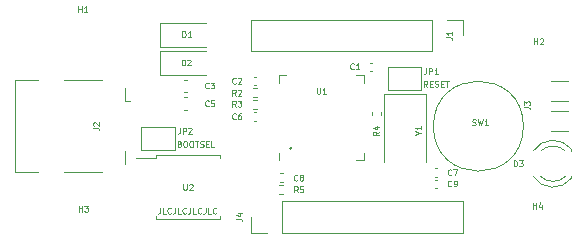
<source format=gbr>
%TF.GenerationSoftware,KiCad,Pcbnew,6.0.4*%
%TF.CreationDate,2022-07-04T15:33:54+01:00*%
%TF.ProjectId,bob,626f622e-6b69-4636-9164-5f7063625858,rev?*%
%TF.SameCoordinates,Original*%
%TF.FileFunction,Legend,Top*%
%TF.FilePolarity,Positive*%
%FSLAX46Y46*%
G04 Gerber Fmt 4.6, Leading zero omitted, Abs format (unit mm)*
G04 Created by KiCad (PCBNEW 6.0.4) date 2022-07-04 15:33:54*
%MOMM*%
%LPD*%
G01*
G04 APERTURE LIST*
%ADD10C,0.125000*%
%ADD11C,0.150000*%
%ADD12C,0.120000*%
G04 APERTURE END LIST*
D10*
X29039640Y-32406190D02*
X29039640Y-32763333D01*
X29015830Y-32834761D01*
X28968211Y-32882380D01*
X28896783Y-32906190D01*
X28849164Y-32906190D01*
X29515830Y-32906190D02*
X29277735Y-32906190D01*
X29277735Y-32406190D01*
X29968211Y-32858571D02*
X29944402Y-32882380D01*
X29872973Y-32906190D01*
X29825354Y-32906190D01*
X29753925Y-32882380D01*
X29706306Y-32834761D01*
X29682497Y-32787142D01*
X29658687Y-32691904D01*
X29658687Y-32620476D01*
X29682497Y-32525238D01*
X29706306Y-32477619D01*
X29753925Y-32430000D01*
X29825354Y-32406190D01*
X29872973Y-32406190D01*
X29944402Y-32430000D01*
X29968211Y-32453809D01*
X30325354Y-32406190D02*
X30325354Y-32763333D01*
X30301544Y-32834761D01*
X30253925Y-32882380D01*
X30182497Y-32906190D01*
X30134878Y-32906190D01*
X30801544Y-32906190D02*
X30563449Y-32906190D01*
X30563449Y-32406190D01*
X31253925Y-32858571D02*
X31230116Y-32882380D01*
X31158687Y-32906190D01*
X31111068Y-32906190D01*
X31039640Y-32882380D01*
X30992021Y-32834761D01*
X30968211Y-32787142D01*
X30944402Y-32691904D01*
X30944402Y-32620476D01*
X30968211Y-32525238D01*
X30992021Y-32477619D01*
X31039640Y-32430000D01*
X31111068Y-32406190D01*
X31158687Y-32406190D01*
X31230116Y-32430000D01*
X31253925Y-32453809D01*
X31611068Y-32406190D02*
X31611068Y-32763333D01*
X31587259Y-32834761D01*
X31539640Y-32882380D01*
X31468211Y-32906190D01*
X31420592Y-32906190D01*
X32087259Y-32906190D02*
X31849164Y-32906190D01*
X31849164Y-32406190D01*
X32539640Y-32858571D02*
X32515830Y-32882380D01*
X32444402Y-32906190D01*
X32396783Y-32906190D01*
X32325354Y-32882380D01*
X32277735Y-32834761D01*
X32253925Y-32787142D01*
X32230116Y-32691904D01*
X32230116Y-32620476D01*
X32253925Y-32525238D01*
X32277735Y-32477619D01*
X32325354Y-32430000D01*
X32396783Y-32406190D01*
X32444402Y-32406190D01*
X32515830Y-32430000D01*
X32539640Y-32453809D01*
X32896783Y-32406190D02*
X32896783Y-32763333D01*
X32872973Y-32834761D01*
X32825354Y-32882380D01*
X32753925Y-32906190D01*
X32706306Y-32906190D01*
X33372973Y-32906190D02*
X33134878Y-32906190D01*
X33134878Y-32406190D01*
X33825354Y-32858571D02*
X33801544Y-32882380D01*
X33730116Y-32906190D01*
X33682497Y-32906190D01*
X33611068Y-32882380D01*
X33563449Y-32834761D01*
X33539640Y-32787142D01*
X33515830Y-32691904D01*
X33515830Y-32620476D01*
X33539640Y-32525238D01*
X33563449Y-32477619D01*
X33611068Y-32430000D01*
X33682497Y-32406190D01*
X33730116Y-32406190D01*
X33801544Y-32430000D01*
X33825354Y-32453809D01*
X51672973Y-22156190D02*
X51506306Y-21918095D01*
X51387259Y-22156190D02*
X51387259Y-21656190D01*
X51577735Y-21656190D01*
X51625354Y-21680000D01*
X51649164Y-21703809D01*
X51672973Y-21751428D01*
X51672973Y-21822857D01*
X51649164Y-21870476D01*
X51625354Y-21894285D01*
X51577735Y-21918095D01*
X51387259Y-21918095D01*
X51887259Y-21894285D02*
X52053925Y-21894285D01*
X52125354Y-22156190D02*
X51887259Y-22156190D01*
X51887259Y-21656190D01*
X52125354Y-21656190D01*
X52315830Y-22132380D02*
X52387259Y-22156190D01*
X52506306Y-22156190D01*
X52553925Y-22132380D01*
X52577735Y-22108571D01*
X52601544Y-22060952D01*
X52601544Y-22013333D01*
X52577735Y-21965714D01*
X52553925Y-21941904D01*
X52506306Y-21918095D01*
X52411068Y-21894285D01*
X52363449Y-21870476D01*
X52339640Y-21846666D01*
X52315830Y-21799047D01*
X52315830Y-21751428D01*
X52339640Y-21703809D01*
X52363449Y-21680000D01*
X52411068Y-21656190D01*
X52530116Y-21656190D01*
X52601544Y-21680000D01*
X52815830Y-21894285D02*
X52982497Y-21894285D01*
X53053925Y-22156190D02*
X52815830Y-22156190D01*
X52815830Y-21656190D01*
X53053925Y-21656190D01*
X53196783Y-21656190D02*
X53482497Y-21656190D01*
X53339640Y-22156190D02*
X53339640Y-21656190D01*
X30703925Y-26994285D02*
X30775354Y-27018095D01*
X30799164Y-27041904D01*
X30822973Y-27089523D01*
X30822973Y-27160952D01*
X30799164Y-27208571D01*
X30775354Y-27232380D01*
X30727735Y-27256190D01*
X30537259Y-27256190D01*
X30537259Y-26756190D01*
X30703925Y-26756190D01*
X30751544Y-26780000D01*
X30775354Y-26803809D01*
X30799164Y-26851428D01*
X30799164Y-26899047D01*
X30775354Y-26946666D01*
X30751544Y-26970476D01*
X30703925Y-26994285D01*
X30537259Y-26994285D01*
X31132497Y-26756190D02*
X31227735Y-26756190D01*
X31275354Y-26780000D01*
X31322973Y-26827619D01*
X31346783Y-26922857D01*
X31346783Y-27089523D01*
X31322973Y-27184761D01*
X31275354Y-27232380D01*
X31227735Y-27256190D01*
X31132497Y-27256190D01*
X31084878Y-27232380D01*
X31037259Y-27184761D01*
X31013449Y-27089523D01*
X31013449Y-26922857D01*
X31037259Y-26827619D01*
X31084878Y-26780000D01*
X31132497Y-26756190D01*
X31656306Y-26756190D02*
X31751544Y-26756190D01*
X31799164Y-26780000D01*
X31846783Y-26827619D01*
X31870592Y-26922857D01*
X31870592Y-27089523D01*
X31846783Y-27184761D01*
X31799164Y-27232380D01*
X31751544Y-27256190D01*
X31656306Y-27256190D01*
X31608687Y-27232380D01*
X31561068Y-27184761D01*
X31537259Y-27089523D01*
X31537259Y-26922857D01*
X31561068Y-26827619D01*
X31608687Y-26780000D01*
X31656306Y-26756190D01*
X32013449Y-26756190D02*
X32299164Y-26756190D01*
X32156306Y-27256190D02*
X32156306Y-26756190D01*
X32442021Y-27232380D02*
X32513449Y-27256190D01*
X32632497Y-27256190D01*
X32680116Y-27232380D01*
X32703925Y-27208571D01*
X32727735Y-27160952D01*
X32727735Y-27113333D01*
X32703925Y-27065714D01*
X32680116Y-27041904D01*
X32632497Y-27018095D01*
X32537259Y-26994285D01*
X32489640Y-26970476D01*
X32465830Y-26946666D01*
X32442021Y-26899047D01*
X32442021Y-26851428D01*
X32465830Y-26803809D01*
X32489640Y-26780000D01*
X32537259Y-26756190D01*
X32656306Y-26756190D01*
X32727735Y-26780000D01*
X32942021Y-26994285D02*
X33108687Y-26994285D01*
X33180116Y-27256190D02*
X32942021Y-27256190D01*
X32942021Y-26756190D01*
X33180116Y-26756190D01*
X33632497Y-27256190D02*
X33394402Y-27256190D01*
X33394402Y-26756190D01*
D11*
X40169875Y-27380000D02*
G75*
G03*
X40169875Y-27380000I-70711J0D01*
G01*
D10*
%TO.C,J1*%
X53275354Y-17986666D02*
X53632497Y-17986666D01*
X53703925Y-18010476D01*
X53751544Y-18058095D01*
X53775354Y-18129523D01*
X53775354Y-18177142D01*
X53775354Y-17486666D02*
X53775354Y-17772380D01*
X53775354Y-17629523D02*
X53275354Y-17629523D01*
X53346783Y-17677142D01*
X53394402Y-17724761D01*
X53418211Y-17772380D01*
%TO.C,D2*%
X30880116Y-20356190D02*
X30880116Y-19856190D01*
X30999164Y-19856190D01*
X31070592Y-19880000D01*
X31118211Y-19927619D01*
X31142021Y-19975238D01*
X31165830Y-20070476D01*
X31165830Y-20141904D01*
X31142021Y-20237142D01*
X31118211Y-20284761D01*
X31070592Y-20332380D01*
X30999164Y-20356190D01*
X30880116Y-20356190D01*
X31356306Y-19903809D02*
X31380116Y-19880000D01*
X31427735Y-19856190D01*
X31546783Y-19856190D01*
X31594402Y-19880000D01*
X31618211Y-19903809D01*
X31642021Y-19951428D01*
X31642021Y-19999047D01*
X31618211Y-20070476D01*
X31332497Y-20356190D01*
X31642021Y-20356190D01*
%TO.C,D1*%
X30930116Y-17956190D02*
X30930116Y-17456190D01*
X31049164Y-17456190D01*
X31120592Y-17480000D01*
X31168211Y-17527619D01*
X31192021Y-17575238D01*
X31215830Y-17670476D01*
X31215830Y-17741904D01*
X31192021Y-17837142D01*
X31168211Y-17884761D01*
X31120592Y-17932380D01*
X31049164Y-17956190D01*
X30930116Y-17956190D01*
X31692021Y-17956190D02*
X31406306Y-17956190D01*
X31549164Y-17956190D02*
X31549164Y-17456190D01*
X31501544Y-17527619D01*
X31453925Y-17575238D01*
X31406306Y-17599047D01*
%TO.C,C5*%
X33165830Y-23758571D02*
X33142021Y-23782380D01*
X33070592Y-23806190D01*
X33022973Y-23806190D01*
X32951544Y-23782380D01*
X32903925Y-23734761D01*
X32880116Y-23687142D01*
X32856306Y-23591904D01*
X32856306Y-23520476D01*
X32880116Y-23425238D01*
X32903925Y-23377619D01*
X32951544Y-23330000D01*
X33022973Y-23306190D01*
X33070592Y-23306190D01*
X33142021Y-23330000D01*
X33165830Y-23353809D01*
X33618211Y-23306190D02*
X33380116Y-23306190D01*
X33356306Y-23544285D01*
X33380116Y-23520476D01*
X33427735Y-23496666D01*
X33546783Y-23496666D01*
X33594402Y-23520476D01*
X33618211Y-23544285D01*
X33642021Y-23591904D01*
X33642021Y-23710952D01*
X33618211Y-23758571D01*
X33594402Y-23782380D01*
X33546783Y-23806190D01*
X33427735Y-23806190D01*
X33380116Y-23782380D01*
X33356306Y-23758571D01*
%TO.C,C3*%
X33165830Y-22258571D02*
X33142021Y-22282380D01*
X33070592Y-22306190D01*
X33022973Y-22306190D01*
X32951544Y-22282380D01*
X32903925Y-22234761D01*
X32880116Y-22187142D01*
X32856306Y-22091904D01*
X32856306Y-22020476D01*
X32880116Y-21925238D01*
X32903925Y-21877619D01*
X32951544Y-21830000D01*
X33022973Y-21806190D01*
X33070592Y-21806190D01*
X33142021Y-21830000D01*
X33165830Y-21853809D01*
X33332497Y-21806190D02*
X33642021Y-21806190D01*
X33475354Y-21996666D01*
X33546783Y-21996666D01*
X33594402Y-22020476D01*
X33618211Y-22044285D01*
X33642021Y-22091904D01*
X33642021Y-22210952D01*
X33618211Y-22258571D01*
X33594402Y-22282380D01*
X33546783Y-22306190D01*
X33403925Y-22306190D01*
X33356306Y-22282380D01*
X33332497Y-22258571D01*
%TO.C,SW1*%
X55483333Y-25402380D02*
X55554761Y-25426190D01*
X55673809Y-25426190D01*
X55721428Y-25402380D01*
X55745238Y-25378571D01*
X55769047Y-25330952D01*
X55769047Y-25283333D01*
X55745238Y-25235714D01*
X55721428Y-25211904D01*
X55673809Y-25188095D01*
X55578571Y-25164285D01*
X55530952Y-25140476D01*
X55507142Y-25116666D01*
X55483333Y-25069047D01*
X55483333Y-25021428D01*
X55507142Y-24973809D01*
X55530952Y-24950000D01*
X55578571Y-24926190D01*
X55697619Y-24926190D01*
X55769047Y-24950000D01*
X55935714Y-24926190D02*
X56054761Y-25426190D01*
X56150000Y-25069047D01*
X56245238Y-25426190D01*
X56364285Y-24926190D01*
X56816666Y-25426190D02*
X56530952Y-25426190D01*
X56673809Y-25426190D02*
X56673809Y-24926190D01*
X56626190Y-24997619D01*
X56578571Y-25045238D01*
X56530952Y-25069047D01*
%TO.C,J3*%
X59875354Y-23896666D02*
X60232497Y-23896666D01*
X60303925Y-23920476D01*
X60351544Y-23968095D01*
X60375354Y-24039523D01*
X60375354Y-24087142D01*
X59875354Y-23706190D02*
X59875354Y-23396666D01*
X60065830Y-23563333D01*
X60065830Y-23491904D01*
X60089640Y-23444285D01*
X60113449Y-23420476D01*
X60161068Y-23396666D01*
X60280116Y-23396666D01*
X60327735Y-23420476D01*
X60351544Y-23444285D01*
X60375354Y-23491904D01*
X60375354Y-23634761D01*
X60351544Y-23682380D01*
X60327735Y-23706190D01*
%TO.C,J4*%
X35505354Y-33346666D02*
X35862497Y-33346666D01*
X35933925Y-33370476D01*
X35981544Y-33418095D01*
X36005354Y-33489523D01*
X36005354Y-33537142D01*
X35672021Y-32894285D02*
X36005354Y-32894285D01*
X35481544Y-33013333D02*
X35838687Y-33132380D01*
X35838687Y-32822857D01*
%TO.C,J2*%
X23375354Y-25666666D02*
X23732497Y-25666666D01*
X23803925Y-25690476D01*
X23851544Y-25738095D01*
X23875354Y-25809523D01*
X23875354Y-25857142D01*
X23422973Y-25452380D02*
X23399164Y-25428571D01*
X23375354Y-25380952D01*
X23375354Y-25261904D01*
X23399164Y-25214285D01*
X23422973Y-25190476D01*
X23470592Y-25166666D01*
X23518211Y-25166666D01*
X23589640Y-25190476D01*
X23875354Y-25476190D01*
X23875354Y-25166666D01*
%TO.C,D3*%
X58980116Y-28906190D02*
X58980116Y-28406190D01*
X59099164Y-28406190D01*
X59170592Y-28430000D01*
X59218211Y-28477619D01*
X59242021Y-28525238D01*
X59265830Y-28620476D01*
X59265830Y-28691904D01*
X59242021Y-28787142D01*
X59218211Y-28834761D01*
X59170592Y-28882380D01*
X59099164Y-28906190D01*
X58980116Y-28906190D01*
X59432497Y-28406190D02*
X59742021Y-28406190D01*
X59575354Y-28596666D01*
X59646783Y-28596666D01*
X59694402Y-28620476D01*
X59718211Y-28644285D01*
X59742021Y-28691904D01*
X59742021Y-28810952D01*
X59718211Y-28858571D01*
X59694402Y-28882380D01*
X59646783Y-28906190D01*
X59503925Y-28906190D01*
X59456306Y-28882380D01*
X59432497Y-28858571D01*
%TO.C,H1*%
X22119047Y-15826190D02*
X22119047Y-15326190D01*
X22119047Y-15564285D02*
X22404761Y-15564285D01*
X22404761Y-15826190D02*
X22404761Y-15326190D01*
X22904761Y-15826190D02*
X22619047Y-15826190D01*
X22761904Y-15826190D02*
X22761904Y-15326190D01*
X22714285Y-15397619D01*
X22666666Y-15445238D01*
X22619047Y-15469047D01*
%TO.C,H4*%
X60619047Y-32476190D02*
X60619047Y-31976190D01*
X60619047Y-32214285D02*
X60904761Y-32214285D01*
X60904761Y-32476190D02*
X60904761Y-31976190D01*
X61357142Y-32142857D02*
X61357142Y-32476190D01*
X61238095Y-31952380D02*
X61119047Y-32309523D01*
X61428571Y-32309523D01*
%TO.C,H2*%
X60719047Y-18576190D02*
X60719047Y-18076190D01*
X60719047Y-18314285D02*
X61004761Y-18314285D01*
X61004761Y-18576190D02*
X61004761Y-18076190D01*
X61219047Y-18123809D02*
X61242857Y-18100000D01*
X61290476Y-18076190D01*
X61409523Y-18076190D01*
X61457142Y-18100000D01*
X61480952Y-18123809D01*
X61504761Y-18171428D01*
X61504761Y-18219047D01*
X61480952Y-18290476D01*
X61195238Y-18576190D01*
X61504761Y-18576190D01*
%TO.C,H3*%
X22169047Y-32726190D02*
X22169047Y-32226190D01*
X22169047Y-32464285D02*
X22454761Y-32464285D01*
X22454761Y-32726190D02*
X22454761Y-32226190D01*
X22645238Y-32226190D02*
X22954761Y-32226190D01*
X22788095Y-32416666D01*
X22859523Y-32416666D01*
X22907142Y-32440476D01*
X22930952Y-32464285D01*
X22954761Y-32511904D01*
X22954761Y-32630952D01*
X22930952Y-32678571D01*
X22907142Y-32702380D01*
X22859523Y-32726190D01*
X22716666Y-32726190D01*
X22669047Y-32702380D01*
X22645238Y-32678571D01*
%TO.C,U1*%
X42318211Y-22256190D02*
X42318211Y-22660952D01*
X42342021Y-22708571D01*
X42365830Y-22732380D01*
X42413449Y-22756190D01*
X42508687Y-22756190D01*
X42556306Y-22732380D01*
X42580116Y-22708571D01*
X42603925Y-22660952D01*
X42603925Y-22256190D01*
X43103925Y-22756190D02*
X42818211Y-22756190D01*
X42961068Y-22756190D02*
X42961068Y-22256190D01*
X42913449Y-22327619D01*
X42865830Y-22375238D01*
X42818211Y-22399047D01*
%TO.C,U2*%
X31019047Y-30406190D02*
X31019047Y-30810952D01*
X31042857Y-30858571D01*
X31066666Y-30882380D01*
X31114285Y-30906190D01*
X31209523Y-30906190D01*
X31257142Y-30882380D01*
X31280952Y-30858571D01*
X31304761Y-30810952D01*
X31304761Y-30406190D01*
X31519047Y-30453809D02*
X31542857Y-30430000D01*
X31590476Y-30406190D01*
X31709523Y-30406190D01*
X31757142Y-30430000D01*
X31780952Y-30453809D01*
X31804761Y-30501428D01*
X31804761Y-30549047D01*
X31780952Y-30620476D01*
X31495238Y-30906190D01*
X31804761Y-30906190D01*
%TO.C,C1*%
X45456666Y-20628571D02*
X45432857Y-20652380D01*
X45361428Y-20676190D01*
X45313809Y-20676190D01*
X45242380Y-20652380D01*
X45194761Y-20604761D01*
X45170952Y-20557142D01*
X45147142Y-20461904D01*
X45147142Y-20390476D01*
X45170952Y-20295238D01*
X45194761Y-20247619D01*
X45242380Y-20200000D01*
X45313809Y-20176190D01*
X45361428Y-20176190D01*
X45432857Y-20200000D01*
X45456666Y-20223809D01*
X45932857Y-20676190D02*
X45647142Y-20676190D01*
X45790000Y-20676190D02*
X45790000Y-20176190D01*
X45742380Y-20247619D01*
X45694761Y-20295238D01*
X45647142Y-20319047D01*
%TO.C,Y1*%
X50937259Y-26068095D02*
X51175354Y-26068095D01*
X50675354Y-26234761D02*
X50937259Y-26068095D01*
X50675354Y-25901428D01*
X51175354Y-25472857D02*
X51175354Y-25758571D01*
X51175354Y-25615714D02*
X50675354Y-25615714D01*
X50746783Y-25663333D01*
X50794402Y-25710952D01*
X50818211Y-25758571D01*
%TO.C,R5*%
X40715830Y-31106190D02*
X40549164Y-30868095D01*
X40430116Y-31106190D02*
X40430116Y-30606190D01*
X40620592Y-30606190D01*
X40668211Y-30630000D01*
X40692021Y-30653809D01*
X40715830Y-30701428D01*
X40715830Y-30772857D01*
X40692021Y-30820476D01*
X40668211Y-30844285D01*
X40620592Y-30868095D01*
X40430116Y-30868095D01*
X41168211Y-30606190D02*
X40930116Y-30606190D01*
X40906306Y-30844285D01*
X40930116Y-30820476D01*
X40977735Y-30796666D01*
X41096783Y-30796666D01*
X41144402Y-30820476D01*
X41168211Y-30844285D01*
X41192021Y-30891904D01*
X41192021Y-31010952D01*
X41168211Y-31058571D01*
X41144402Y-31082380D01*
X41096783Y-31106190D01*
X40977735Y-31106190D01*
X40930116Y-31082380D01*
X40906306Y-31058571D01*
%TO.C,R4*%
X47575354Y-25963333D02*
X47337259Y-26130000D01*
X47575354Y-26249047D02*
X47075354Y-26249047D01*
X47075354Y-26058571D01*
X47099164Y-26010952D01*
X47122973Y-25987142D01*
X47170592Y-25963333D01*
X47242021Y-25963333D01*
X47289640Y-25987142D01*
X47313449Y-26010952D01*
X47337259Y-26058571D01*
X47337259Y-26249047D01*
X47242021Y-25534761D02*
X47575354Y-25534761D01*
X47051544Y-25653809D02*
X47408687Y-25772857D01*
X47408687Y-25463333D01*
%TO.C,R2*%
X35465830Y-22906190D02*
X35299164Y-22668095D01*
X35180116Y-22906190D02*
X35180116Y-22406190D01*
X35370592Y-22406190D01*
X35418211Y-22430000D01*
X35442021Y-22453809D01*
X35465830Y-22501428D01*
X35465830Y-22572857D01*
X35442021Y-22620476D01*
X35418211Y-22644285D01*
X35370592Y-22668095D01*
X35180116Y-22668095D01*
X35656306Y-22453809D02*
X35680116Y-22430000D01*
X35727735Y-22406190D01*
X35846783Y-22406190D01*
X35894402Y-22430000D01*
X35918211Y-22453809D01*
X35942021Y-22501428D01*
X35942021Y-22549047D01*
X35918211Y-22620476D01*
X35632497Y-22906190D01*
X35942021Y-22906190D01*
%TO.C,R3*%
X35465830Y-23856190D02*
X35299164Y-23618095D01*
X35180116Y-23856190D02*
X35180116Y-23356190D01*
X35370592Y-23356190D01*
X35418211Y-23380000D01*
X35442021Y-23403809D01*
X35465830Y-23451428D01*
X35465830Y-23522857D01*
X35442021Y-23570476D01*
X35418211Y-23594285D01*
X35370592Y-23618095D01*
X35180116Y-23618095D01*
X35632497Y-23356190D02*
X35942021Y-23356190D01*
X35775354Y-23546666D01*
X35846783Y-23546666D01*
X35894402Y-23570476D01*
X35918211Y-23594285D01*
X35942021Y-23641904D01*
X35942021Y-23760952D01*
X35918211Y-23808571D01*
X35894402Y-23832380D01*
X35846783Y-23856190D01*
X35703925Y-23856190D01*
X35656306Y-23832380D01*
X35632497Y-23808571D01*
%TO.C,JP1*%
X51582497Y-20606190D02*
X51582497Y-20963333D01*
X51558687Y-21034761D01*
X51511068Y-21082380D01*
X51439640Y-21106190D01*
X51392021Y-21106190D01*
X51820592Y-21106190D02*
X51820592Y-20606190D01*
X52011068Y-20606190D01*
X52058687Y-20630000D01*
X52082497Y-20653809D01*
X52106306Y-20701428D01*
X52106306Y-20772857D01*
X52082497Y-20820476D01*
X52058687Y-20844285D01*
X52011068Y-20868095D01*
X51820592Y-20868095D01*
X52582497Y-21106190D02*
X52296783Y-21106190D01*
X52439640Y-21106190D02*
X52439640Y-20606190D01*
X52392021Y-20677619D01*
X52344402Y-20725238D01*
X52296783Y-20749047D01*
%TO.C,JP2*%
X30732497Y-25636190D02*
X30732497Y-25993333D01*
X30708687Y-26064761D01*
X30661068Y-26112380D01*
X30589640Y-26136190D01*
X30542021Y-26136190D01*
X30970592Y-26136190D02*
X30970592Y-25636190D01*
X31161068Y-25636190D01*
X31208687Y-25660000D01*
X31232497Y-25683809D01*
X31256306Y-25731428D01*
X31256306Y-25802857D01*
X31232497Y-25850476D01*
X31208687Y-25874285D01*
X31161068Y-25898095D01*
X30970592Y-25898095D01*
X31446783Y-25683809D02*
X31470592Y-25660000D01*
X31518211Y-25636190D01*
X31637259Y-25636190D01*
X31684878Y-25660000D01*
X31708687Y-25683809D01*
X31732497Y-25731428D01*
X31732497Y-25779047D01*
X31708687Y-25850476D01*
X31422973Y-26136190D01*
X31732497Y-26136190D01*
%TO.C,C2*%
X35465830Y-21858571D02*
X35442021Y-21882380D01*
X35370592Y-21906190D01*
X35322973Y-21906190D01*
X35251544Y-21882380D01*
X35203925Y-21834761D01*
X35180116Y-21787142D01*
X35156306Y-21691904D01*
X35156306Y-21620476D01*
X35180116Y-21525238D01*
X35203925Y-21477619D01*
X35251544Y-21430000D01*
X35322973Y-21406190D01*
X35370592Y-21406190D01*
X35442021Y-21430000D01*
X35465830Y-21453809D01*
X35656306Y-21453809D02*
X35680116Y-21430000D01*
X35727735Y-21406190D01*
X35846783Y-21406190D01*
X35894402Y-21430000D01*
X35918211Y-21453809D01*
X35942021Y-21501428D01*
X35942021Y-21549047D01*
X35918211Y-21620476D01*
X35632497Y-21906190D01*
X35942021Y-21906190D01*
%TO.C,C8*%
X40665830Y-30058571D02*
X40642021Y-30082380D01*
X40570592Y-30106190D01*
X40522973Y-30106190D01*
X40451544Y-30082380D01*
X40403925Y-30034761D01*
X40380116Y-29987142D01*
X40356306Y-29891904D01*
X40356306Y-29820476D01*
X40380116Y-29725238D01*
X40403925Y-29677619D01*
X40451544Y-29630000D01*
X40522973Y-29606190D01*
X40570592Y-29606190D01*
X40642021Y-29630000D01*
X40665830Y-29653809D01*
X40951544Y-29820476D02*
X40903925Y-29796666D01*
X40880116Y-29772857D01*
X40856306Y-29725238D01*
X40856306Y-29701428D01*
X40880116Y-29653809D01*
X40903925Y-29630000D01*
X40951544Y-29606190D01*
X41046783Y-29606190D01*
X41094402Y-29630000D01*
X41118211Y-29653809D01*
X41142021Y-29701428D01*
X41142021Y-29725238D01*
X41118211Y-29772857D01*
X41094402Y-29796666D01*
X41046783Y-29820476D01*
X40951544Y-29820476D01*
X40903925Y-29844285D01*
X40880116Y-29868095D01*
X40856306Y-29915714D01*
X40856306Y-30010952D01*
X40880116Y-30058571D01*
X40903925Y-30082380D01*
X40951544Y-30106190D01*
X41046783Y-30106190D01*
X41094402Y-30082380D01*
X41118211Y-30058571D01*
X41142021Y-30010952D01*
X41142021Y-29915714D01*
X41118211Y-29868095D01*
X41094402Y-29844285D01*
X41046783Y-29820476D01*
%TO.C,C6*%
X35465830Y-24858571D02*
X35442021Y-24882380D01*
X35370592Y-24906190D01*
X35322973Y-24906190D01*
X35251544Y-24882380D01*
X35203925Y-24834761D01*
X35180116Y-24787142D01*
X35156306Y-24691904D01*
X35156306Y-24620476D01*
X35180116Y-24525238D01*
X35203925Y-24477619D01*
X35251544Y-24430000D01*
X35322973Y-24406190D01*
X35370592Y-24406190D01*
X35442021Y-24430000D01*
X35465830Y-24453809D01*
X35894402Y-24406190D02*
X35799164Y-24406190D01*
X35751544Y-24430000D01*
X35727735Y-24453809D01*
X35680116Y-24525238D01*
X35656306Y-24620476D01*
X35656306Y-24810952D01*
X35680116Y-24858571D01*
X35703925Y-24882380D01*
X35751544Y-24906190D01*
X35846783Y-24906190D01*
X35894402Y-24882380D01*
X35918211Y-24858571D01*
X35942021Y-24810952D01*
X35942021Y-24691904D01*
X35918211Y-24644285D01*
X35894402Y-24620476D01*
X35846783Y-24596666D01*
X35751544Y-24596666D01*
X35703925Y-24620476D01*
X35680116Y-24644285D01*
X35656306Y-24691904D01*
%TO.C,C7*%
X53705830Y-29608571D02*
X53682021Y-29632380D01*
X53610592Y-29656190D01*
X53562973Y-29656190D01*
X53491544Y-29632380D01*
X53443925Y-29584761D01*
X53420116Y-29537142D01*
X53396306Y-29441904D01*
X53396306Y-29370476D01*
X53420116Y-29275238D01*
X53443925Y-29227619D01*
X53491544Y-29180000D01*
X53562973Y-29156190D01*
X53610592Y-29156190D01*
X53682021Y-29180000D01*
X53705830Y-29203809D01*
X53872497Y-29156190D02*
X54205830Y-29156190D01*
X53991544Y-29656190D01*
%TO.C,C9*%
X53716666Y-30558571D02*
X53692857Y-30582380D01*
X53621428Y-30606190D01*
X53573809Y-30606190D01*
X53502380Y-30582380D01*
X53454761Y-30534761D01*
X53430952Y-30487142D01*
X53407142Y-30391904D01*
X53407142Y-30320476D01*
X53430952Y-30225238D01*
X53454761Y-30177619D01*
X53502380Y-30130000D01*
X53573809Y-30106190D01*
X53621428Y-30106190D01*
X53692857Y-30130000D01*
X53716666Y-30153809D01*
X53954761Y-30606190D02*
X54050000Y-30606190D01*
X54097619Y-30582380D01*
X54121428Y-30558571D01*
X54169047Y-30487142D01*
X54192857Y-30391904D01*
X54192857Y-30201428D01*
X54169047Y-30153809D01*
X54145238Y-30130000D01*
X54097619Y-30106190D01*
X54002380Y-30106190D01*
X53954761Y-30130000D01*
X53930952Y-30153809D01*
X53907142Y-30201428D01*
X53907142Y-30320476D01*
X53930952Y-30368095D01*
X53954761Y-30391904D01*
X54002380Y-30415714D01*
X54097619Y-30415714D01*
X54145238Y-30391904D01*
X54169047Y-30368095D01*
X54192857Y-30320476D01*
D12*
%TO.C,J1*%
X52079164Y-19150000D02*
X36779164Y-19150000D01*
X53349164Y-16490000D02*
X54679164Y-16490000D01*
X36779164Y-16490000D02*
X36779164Y-19150000D01*
X54679164Y-16490000D02*
X54679164Y-17820000D01*
X52079164Y-16490000D02*
X36779164Y-16490000D01*
X52079164Y-16490000D02*
X52079164Y-19150000D01*
%TO.C,D2*%
X29049164Y-19130000D02*
X32949164Y-19130000D01*
X29049164Y-19130000D02*
X29049164Y-21130000D01*
X29049164Y-21130000D02*
X32949164Y-21130000D01*
%TO.C,D1*%
X29049164Y-16780000D02*
X32949164Y-16780000D01*
X29049164Y-16780000D02*
X29049164Y-18780000D01*
X29049164Y-18780000D02*
X32949164Y-18780000D01*
%TO.C,C5*%
X31033584Y-24090000D02*
X31314744Y-24090000D01*
X31033584Y-23070000D02*
X31314744Y-23070000D01*
%TO.C,C3*%
X31033584Y-22590000D02*
X31314744Y-22590000D01*
X31033584Y-21570000D02*
X31314744Y-21570000D01*
%TO.C,SW1*%
X59810000Y-25500000D02*
G75*
G03*
X59810000Y-25500000I-3810000J0D01*
G01*
%TO.C,J3*%
X62160000Y-23400000D02*
X63590000Y-23400000D01*
X62160000Y-25940000D02*
X63590000Y-25940000D01*
X62160000Y-24220000D02*
X63590000Y-24220000D01*
X62160000Y-21680000D02*
X63590000Y-21680000D01*
%TO.C,J4*%
X39379164Y-31850000D02*
X54679164Y-31850000D01*
X38109164Y-34510000D02*
X36779164Y-34510000D01*
X54679164Y-34510000D02*
X54679164Y-31850000D01*
X36779164Y-34510000D02*
X36779164Y-33180000D01*
X39379164Y-34510000D02*
X54679164Y-34510000D01*
X39379164Y-34510000D02*
X39379164Y-31850000D01*
%TO.C,J2*%
X26059164Y-23390000D02*
X26489164Y-23390000D01*
X20909164Y-29410000D02*
X24139164Y-29410000D01*
X16739164Y-29410000D02*
X16739164Y-21590000D01*
X20909164Y-21590000D02*
X24139164Y-21590000D01*
X26059164Y-27610000D02*
X26059164Y-28690000D01*
X26059164Y-22310000D02*
X26059164Y-23390000D01*
X16739164Y-29410000D02*
X18689164Y-29410000D01*
X16739164Y-21590000D02*
X18689164Y-21590000D01*
%TO.C,D3*%
X60646829Y-29758608D02*
G75*
G03*
X63879164Y-29915516I1672335J1078608D01*
G01*
X63360125Y-27600000D02*
G75*
G03*
X61278034Y-27600163I-1040961J-1080000D01*
G01*
X63879164Y-27444484D02*
G75*
G03*
X60646829Y-27601392I-1560000J-1235516D01*
G01*
X61278034Y-29759837D02*
G75*
G03*
X63360125Y-29760000I1041130J1079837D01*
G01*
X63879164Y-27600000D02*
X63879164Y-27444000D01*
X63879164Y-29916000D02*
X63879164Y-29760000D01*
%TO.C,U1*%
X39090000Y-27740000D02*
X39090000Y-28390000D01*
X46310000Y-21170000D02*
X45660000Y-21170000D01*
X46310000Y-21820000D02*
X46310000Y-21170000D01*
X46310000Y-28390000D02*
X45660000Y-28390000D01*
X46310000Y-27740000D02*
X46310000Y-28390000D01*
X39090000Y-21170000D02*
X39740000Y-21170000D01*
X39090000Y-21820000D02*
X39090000Y-21170000D01*
%TO.C,U2*%
X31400000Y-27950000D02*
X34125000Y-27950000D01*
X34125000Y-27950000D02*
X34125000Y-28210000D01*
X31400000Y-33400000D02*
X28675000Y-33400000D01*
X31400000Y-33400000D02*
X34125000Y-33400000D01*
X34125000Y-33400000D02*
X34125000Y-33140000D01*
X28675000Y-27950000D02*
X28675000Y-28210000D01*
X31400000Y-27950000D02*
X28675000Y-27950000D01*
X28675000Y-28210000D02*
X27000000Y-28210000D01*
X28675000Y-33400000D02*
X28675000Y-33140000D01*
%TO.C,C1*%
X46812164Y-20140000D02*
X47027836Y-20140000D01*
X46812164Y-20860000D02*
X47027836Y-20860000D01*
%TO.C,Y1*%
X48000000Y-22780000D02*
X48000000Y-28530000D01*
X51600000Y-28530000D02*
X51600000Y-22780000D01*
X51600000Y-22780000D02*
X48000000Y-22780000D01*
%TO.C,R5*%
X39462805Y-30450000D02*
X39155523Y-30450000D01*
X39462805Y-31210000D02*
X39155523Y-31210000D01*
%TO.C,R4*%
X46970000Y-24286359D02*
X46970000Y-24593641D01*
X47730000Y-24286359D02*
X47730000Y-24593641D01*
%TO.C,R2*%
X37263641Y-22300000D02*
X36956359Y-22300000D01*
X37263641Y-23060000D02*
X36956359Y-23060000D01*
%TO.C,R3*%
X37263641Y-23300000D02*
X36956359Y-23300000D01*
X37263641Y-24060000D02*
X36956359Y-24060000D01*
%TO.C,JP1*%
X51174164Y-22480000D02*
X48374164Y-22480000D01*
X48374164Y-22480000D02*
X48374164Y-20480000D01*
X48374164Y-20480000D02*
X51174164Y-20480000D01*
X51174164Y-20480000D02*
X51174164Y-22480000D01*
%TO.C,JP2*%
X30275000Y-27560000D02*
X27475000Y-27560000D01*
X27475000Y-27560000D02*
X27475000Y-25560000D01*
X27475000Y-25560000D02*
X30275000Y-25560000D01*
X30275000Y-25560000D02*
X30275000Y-27560000D01*
%TO.C,C2*%
X37197836Y-22040000D02*
X36982164Y-22040000D01*
X37197836Y-21320000D02*
X36982164Y-21320000D01*
%TO.C,C8*%
X39427836Y-29470000D02*
X39212164Y-29470000D01*
X39427836Y-30190000D02*
X39212164Y-30190000D01*
%TO.C,C6*%
X37197836Y-25040000D02*
X36982164Y-25040000D01*
X37197836Y-24320000D02*
X36982164Y-24320000D01*
%TO.C,C7*%
X52527000Y-29070000D02*
X52311328Y-29070000D01*
X52527000Y-29790000D02*
X52311328Y-29790000D01*
%TO.C,C9*%
X52527000Y-30740000D02*
X52311328Y-30740000D01*
X52527000Y-30020000D02*
X52311328Y-30020000D01*
%TD*%
M02*

</source>
